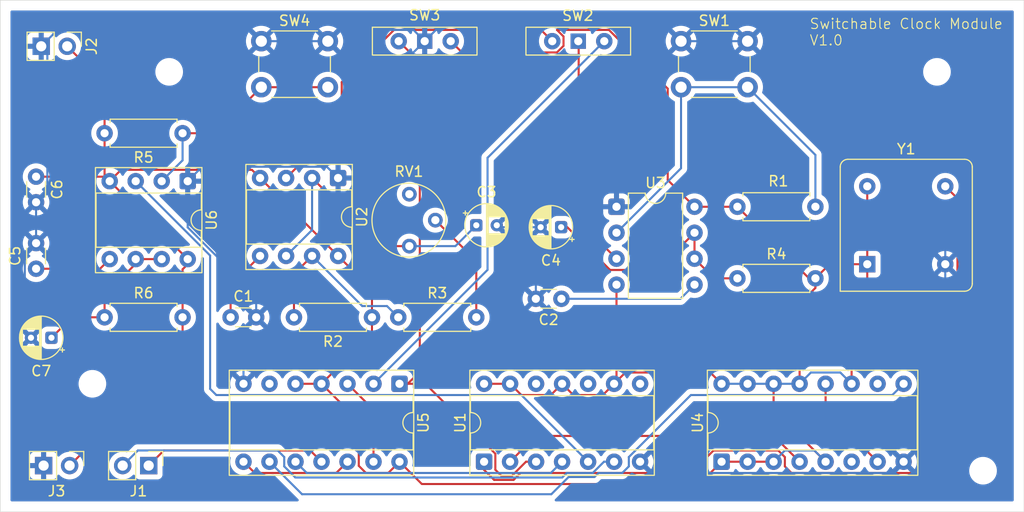
<source format=kicad_pcb>
(kicad_pcb (version 20241229) (generator "pcbnew") (generator_version "9.0")
  (layers (0 "F.Cu" signal) (2 "B.Cu" signal) (13 "F.Paste" user) (15 "B.Paste" user) (5 "F.SilkS" user "F.Silkscreen") (7 "B.SilkS" user "B.Silkscreen") (1 "F.Mask" user) (3 "B.Mask" user) (25 "Edge.Cuts" user))
  (net 0 "")
  (net 1 "GND")
  (net 2 "+5V")
  (net 4 "Slow Clock")
  (net 5 "Net-(SW2-A)")
  (net 6 "Net-(SW2-B)")
  (net 7 "Reset")
  (net 8 "Fast Clock")
  (net 9 "Clock")
  (net 10 "Net-(Y1-OUT)")
  (net 11 "Net-(U2-CV)")
  (net 12 "Net-(U3-CV)")
  (net 13 "Net-(U2-THR)")
  (net 14 "Net-(U3-DIS)")
  (net 15 "Net-(U6-CV)")
  (net 16 "Net-(U6-DIS)")
  (net 17 "Net-(U3-TR)")
  (net 18 "Net-(U2-DIS)")
  (net 19 "Net-(R3-Pad2)")
  (net 20 "Net-(U6-TR)")
  (net 21 "Net-(SW3-B)")
  (net 22 "Net-(U4A-C)")
  (net 24 "Net-(U6-Q)")
  (net 26 "Net-(U1-Pad4)")
  (net 28 "Net-(U4A-~{Q})")
  (net 32 "Net-(U5-Pad13)")
  (net 33 "Net-(U5-Pad12)")
  (footprint "Oscillator:Oscillator_DIP-8" (layer "F.Cu") (at 235.69 47.81)
    (property "Reference" "Y1" (at 3.81 -11.26 0) (layer "F.SilkS"))
    (property "Value" "CXO_DIP8")
    (pad "1" thru_hole rect (at 0 0) (size 1.6 1.6) (drill 0.8) (layers "*.Cu" "*.Mask") (net 2 "+5V"))
    (pad "4" thru_hole circle (at 7.62 0) (size 1.6 1.6) (drill 0.8) (layers "*.Cu" "*.Mask") (net 1 "GND"))
    (pad "5" thru_hole circle (at 7.62 -7.62) (size 1.6 1.6) (drill 0.8) (layers "*.Cu" "*.Mask") (net 10 "Net-(Y1-OUT)"))
    (pad "8" thru_hole circle (at 0 -7.62) (size 1.6 1.6) (drill 0.8) (layers "*.Cu" "*.Mask") (net 2 "+5V"))
  )
  (footprint "MountingHole:MountingHole_2.2mm_M2" (layer "F.Cu") (at 160 59.5)
    (property "Reference" "REF**" (hide yes))
    (property "Value" "MountingHole_2.2mm_M2" (hide yes))
    (pad "" np_thru_hole circle (at 0 0) (size 2.2 2.2) (drill 2.2) (layers "*.Cu" "*.Mask"))
  )
  (footprint "Package_DIP:DIP-8_W7.62mm_Socket" (layer "F.Cu") (at 169.31 39.69 -90)
    (property "Reference" "U6" (at 3.81 -2.33 90) (layer "F.SilkS"))
    (property "Value" "Reset Debounce")
    (pad "1" thru_hole roundrect (at 0 0 270) (size 1.6 1.6) (drill 0.8) (layers "*.Cu" "*.Mask") (roundrect_rratio 0.15625) (net 1 "GND"))
    (pad "2" thru_hole circle (at 0 2.54 270) (size 1.6 1.6) (drill 0.8) (layers "*.Cu" "*.Mask") (net 20 "Net-(U6-TR)"))
    (pad "3" thru_hole circle (at 0 5.08 270) (size 1.6 1.6) (drill 0.8) (layers "*.Cu" "*.Mask") (net 24 "Net-(U6-Q)"))
    (pad "4" thru_hole circle (at 0 7.62 270) (size 1.6 1.6) (drill 0.8) (layers "*.Cu" "*.Mask") (net 2 "+5V"))
    (pad "5" thru_hole circle (at 7.62 7.62 270) (size 1.6 1.6) (drill 0.8) (layers "*.Cu" "*.Mask") (net 15 "Net-(U6-CV)"))
    (pad "6" thru_hole circle (at 7.62 5.08 270) (size 1.6 1.6) (drill 0.8) (layers "*.Cu" "*.Mask") (net 16 "Net-(U6-DIS)"))
    (pad "7" thru_hole circle (at 7.62 2.54 270) (size 1.6 1.6) (drill 0.8) (layers "*.Cu" "*.Mask") (net 16 "Net-(U6-DIS)"))
    (pad "8" thru_hole circle (at 7.62 0 270) (size 1.6 1.6) (drill 0.8) (layers "*.Cu" "*.Mask") (net 2 "+5V"))
  )
  (footprint "Connector_PinHeader_2.54mm:PinHeader_1x02_P2.54mm_Vertical" (layer "F.Cu") (at 157.54 26.5 -90)
    (property "Reference" "J2" (at 0 -2.38 90) (layer "F.SilkS"))
    (property "Value" "PWR IN")
    (pad "1" thru_hole circle (at 0 0 270) (size 1.7 1.7) (drill 1) (layers "*.Cu" "*.Mask") (net 2 "+5V"))
    (pad "2" thru_hole rect (at 0 2.54 270) (size 1.7 1.7) (drill 1) (layers "*.Cu" "*.Mask") (net 1 "GND"))
  )
  (footprint "Capacitor_THT:C_Disc_D3.0mm_W1.6mm_P2.50mm" (layer "F.Cu") (at 154.5 39.25 -90)
    (property "Reference" "C6" (at 1.25 -2.05 90) (layer "F.SilkS"))
    (property "Value" ".1u")
    (pad "1" thru_hole circle (at 0 0 270) (size 1.6 1.6) (drill 0.8) (layers "*.Cu" "*.Mask") (net 2 "+5V"))
    (pad "2" thru_hole circle (at 2.5 0 270) (size 1.6 1.6) (drill 0.8) (layers "*.Cu" "*.Mask") (net 1 "GND"))
  )
  (footprint "Button_Switch_THT:SW_PUSH_6mm" (layer "F.Cu") (at 217.5 26)
    (property "Reference" "SW1" (at 3.25 -2 0) (layer "F.SilkS"))
    (property "Value" "Manual Clock")
    (pad "1" thru_hole circle (at 0 0 90) (size 2 2) (drill 1.1) (layers "*.Cu" "*.Mask") (net 1 "GND"))
    (pad "1" thru_hole circle (at 6.5 0 90) (size 2 2) (drill 1.1) (layers "*.Cu" "*.Mask") (net 1 "GND"))
    (pad "2" thru_hole circle (at 0 4.5 90) (size 2 2) (drill 1.1) (layers "*.Cu" "*.Mask") (net 17 "Net-(U3-TR)"))
    (pad "2" thru_hole circle (at 6.5 4.5 90) (size 2 2) (drill 1.1) (layers "*.Cu" "*.Mask") (net 17 "Net-(U3-TR)"))
  )
  (footprint "Connector_PinHeader_2.54mm:PinHeader_1x02_P2.54mm_Vertical" (layer "F.Cu") (at 165.5 67.5 -90)
    (property "Reference" "J1" (at 2.5 1 180) (layer "F.SilkS"))
    (property "Value" "RESET/CLK")
    (pad "1" thru_hole rect (at 0 0 270) (size 1.7 1.7) (drill 1) (layers "*.Cu" "*.Mask") (net 9 "Clock"))
    (pad "2" thru_hole circle (at 0 2.54 270) (size 1.7 1.7) (drill 1) (layers "*.Cu" "*.Mask") (net 7 "Reset"))
  )
  (footprint "Resistor_THT:R_Axial_DIN0207_L6.3mm_D2.5mm_P7.62mm_Horizontal" (layer "F.Cu") (at 230.625 42.19 180)
    (property "Reference" "R1" (at 3.62 2.5 0) (layer "F.SilkS"))
    (property "Value" "1k")
    (pad "1" thru_hole circle (at 0 0 180) (size 1.6 1.6) (drill 0.8) (layers "*.Cu" "*.Mask") (net 17 "Net-(U3-TR)"))
    (pad "2" thru_hole circle (at 7.62 0 180) (size 1.6 1.6) (drill 0.8) (layers "*.Cu" "*.Mask") (net 2 "+5V"))
  )
  (footprint "MountingHole:MountingHole_2.2mm_M2" (layer "F.Cu") (at 242.5 29)
    (property "Reference" "REF**" (hide yes))
    (property "Value" "MountingHole_2.2mm_M2" (hide yes))
    (pad "" np_thru_hole circle (at 0 0) (size 2.2 2.2) (drill 2.2) (layers "*.Cu" "*.Mask"))
  )
  (footprint "Resistor_THT:R_Axial_DIN0207_L6.3mm_D2.5mm_P7.62mm_Horizontal" (layer "F.Cu") (at 168.81 35 180)
    (property "Reference" "R5" (at 3.81 -2.37 0) (layer "F.SilkS"))
    (property "Value" "1k")
    (pad "1" thru_hole circle (at 0 0 180) (size 1.6 1.6) (drill 0.8) (layers "*.Cu" "*.Mask") (net 20 "Net-(U6-TR)"))
    (pad "2" thru_hole circle (at 7.62 0 180) (size 1.6 1.6) (drill 0.8) (layers "*.Cu" "*.Mask") (net 2 "+5V"))
  )
  (footprint "Resistor_THT:R_Axial_DIN0207_L6.3mm_D2.5mm_P7.62mm_Horizontal" (layer "F.Cu") (at 187.31 53 180)
    (property "Reference" "R2" (at 3.81 -2.37 0) (layer "F.SilkS"))
    (property "Value" "1k")
    (pad "1" thru_hole circle (at 0 0 180) (size 1.6 1.6) (drill 0.8) (layers "*.Cu" "*.Mask") (net 2 "+5V"))
    (pad "2" thru_hole circle (at 7.62 0 180) (size 1.6 1.6) (drill 0.8) (layers "*.Cu" "*.Mask") (net 18 "Net-(U2-DIS)"))
  )
  (footprint "Button_Switch_THT:SW_Slide-03_Wuerth-WS-SLTV_10x2.5x6.4_P2.54mm" (layer "F.Cu") (at 192.46 26)
    (property "Reference" "SW3" (at 0 -2.54 0) (layer "F.SilkS"))
    (property "Value" "CLK_SEL")
    (pad "1" thru_hole rect (at 0 0) (size 1.5 1.5) (drill 0.8) (layers "*.Cu" "*.Mask") (net 1 "GND"))
    (pad "2" thru_hole circle (at -2.54 0) (size 1.6 1.6) (drill 0.8) (layers "*.Cu" "*.Mask") (net 21 "Net-(SW3-B)"))
    (pad "3" thru_hole circle (at 2.54 0) (size 1.6 1.6) (drill 0.8) (layers "*.Cu" "*.Mask") (net 2 "+5V"))
  )
  (footprint "Capacitor_THT:C_Disc_D3.0mm_W1.6mm_P2.50mm" (layer "F.Cu") (at 173.5 53)
    (property "Reference" "C1" (at 1.25 -2.05 0) (layer "F.SilkS"))
    (property "Value" ".1u")
    (pad "1" thru_hole circle (at 0 0) (size 1.6 1.6) (drill 0.8) (layers "*.Cu" "*.Mask") (net 11 "Net-(U2-CV)"))
    (pad "2" thru_hole circle (at 2.5 0) (size 1.6 1.6) (drill 0.8) (layers "*.Cu" "*.Mask") (net 1 "GND"))
  )
  (footprint "Capacitor_THT:CP_Radial_D4.0mm_P2.00mm" (layer "F.Cu") (at 205.7876 44.19 180)
    (property "Reference" "C4" (at 1 -3.25 0) (layer "F.SilkS"))
    (property "Value" "3.3u")
    (pad "1" thru_hole roundrect (at 0 0 180) (size 1.2 1.2) (drill 0.6) (layers "*.Cu" "*.Mask") (roundrect_rratio 0.208333) (net 14 "Net-(U3-DIS)"))
    (pad "2" thru_hole circle (at 2 0 180) (size 1.2 1.2) (drill 0.6) (layers "*.Cu" "*.Mask") (net 1 "GND"))
  )
  (footprint "Package_DIP:DIP-14_W7.62mm_Socket" (layer "F.Cu") (at 198.26 67.12 90)
    (property "Reference" "U1" (at 3.81 -2.33 90) (layer "F.SilkS"))
    (property "Value" "74HC14")
    (pad "1" thru_hole roundrect (at 0 0 90) (size 1.6 1.6) (drill 0.8) (layers "*.Cu" "*.Mask") (roundrect_rratio 0.15625) (net 10 "Net-(Y1-OUT)"))
    (pad "2" thru_hole circle (at 0 2.54 90) (size 1.6 1.6) (drill 0.8) (layers "*.Cu" "*.Mask") (net 22 "Net-(U4A-C)"))
    (pad "3" thru_hole circle (at 0 5.08 90) (size 1.6 1.6) (drill 0.8) (layers "*.Cu" "*.Mask") (net 21 "Net-(SW3-B)"))
    (pad "4" thru_hole circle (at 0 7.62 90) (size 1.6 1.6) (drill 0.8) (layers "*.Cu" "*.Mask") (net 26 "Net-(U1-Pad4)"))
    (pad "5" thru_hole circle (at 0 10.16 90) (size 1.6 1.6) (drill 0.8) (layers "*.Cu" "*.Mask") (net 24 "Net-(U6-Q)"))
    (pad "6" thru_hole circle (at 0 12.7 90) (size 1.6 1.6) (drill 0.8) (layers "*.Cu" "*.Mask") (net 7 "Reset"))
    (pad "7" thru_hole circle (at 0 15.24 90) (size 1.6 1.6) (drill 0.8) (layers "*.Cu" "*.Mask") (net 1 "GND"))
    (pad "8" thru_hole circle (at 7.62 15.24 90) (size 1.6 1.6) (drill 0.8) (layers "*.Cu" "*.Mask"))
    (pad "9" thru_hole circle (at 7.62 12.7 90) (size 1.6 1.6) (drill 0.8) (layers "*.Cu" "*.Mask") (net 2 "+5V"))
    (pad "10" thru_hole circle (at 7.62 10.16 90) (size 1.6 1.6) (drill 0.8) (layers "*.Cu" "*.Mask"))
    (pad "11" thru_hole circle (at 7.62 7.62 90) (size 1.6 1.6) (drill 0.8) (layers "*.Cu" "*.Mask") (net 2 "+5V"))
    (pad "12" thru_hole circle (at 7.62 5.08 90) (size 1.6 1.6) (drill 0.8) (layers "*.Cu" "*.Mask"))
    (pad "13" thru_hole circle (at 7.62 2.54 90) (size 1.6 1.6) (drill 0.8) (layers "*.Cu" "*.Mask") (net 2 "+5V"))
    (pad "14" thru_hole circle (at 7.62 0 90) (size 1.6 1.6) (drill 0.8) (layers "*.Cu" "*.Mask") (net 2 "+5V"))
  )
  (footprint "Resistor_THT:R_Axial_DIN0207_L6.3mm_D2.5mm_P7.62mm_Horizontal" (layer "F.Cu") (at 189.88 53)
    (property "Reference" "R3" (at 3.81 -2.37 0) (layer "F.SilkS"))
    (property "Value" "1k")
    (pad "1" thru_hole circle (at 0 0) (size 1.6 1.6) (drill 0.8) (layers "*.Cu" "*.Mask") (net 18 "Net-(U2-DIS)"))
    (pad "2" thru_hole circle (at 7.62 0) (size 1.6 1.6) (drill 0.8) (layers "*.Cu" "*.Mask") (net 19 "Net-(R3-Pad2)"))
  )
  (footprint "Capacitor_THT:CP_Radial_D4.0mm_P2.00mm" (layer "F.Cu") (at 197.5 44)
    (property "Reference" "C3" (at 1 -3.25 0) (layer "F.SilkS"))
    (property "Value" ".22u")
    (pad "1" thru_hole roundrect (at 0 0) (size 1.2 1.2) (drill 0.6) (layers "*.Cu" "*.Mask") (roundrect_rratio 0.208333) (net 13 "Net-(U2-THR)"))
    (pad "2" thru_hole circle (at 2 0) (size 1.2 1.2) (drill 0.6) (layers "*.Cu" "*.Mask") (net 1 "GND"))
  )
  (footprint "Capacitor_THT:C_Disc_D3.0mm_W1.6mm_P2.50mm" (layer "F.Cu") (at 205.815 51.19 180)
    (property "Reference" "C2" (at 1.25 -2.05 0) (layer "F.SilkS"))
    (property "Value" ".1u")
    (pad "1" thru_hole circle (at 0 0 180) (size 1.6 1.6) (drill 0.8) (layers "*.Cu" "*.Mask") (net 12 "Net-(U3-CV)"))
    (pad "2" thru_hole circle (at 2.5 0 180) (size 1.6 1.6) (drill 0.8) (layers "*.Cu" "*.Mask") (net 1 "GND"))
  )
  (footprint "Button_Switch_THT:SW_Slide-03_Wuerth-WS-SLTV_10x2.5x6.4_P2.54mm" (layer "F.Cu") (at 207.46 26 180)
    (property "Reference" "SW2" (at 0.04 2.5 0) (layer "F.SilkS"))
    (property "Value" "SLOW/MAN")
    (pad "1" thru_hole rect (at 0 0 180) (size 1.5 1.5) (drill 0.8) (layers "*.Cu" "*.Mask") (net 5 "Net-(SW2-A)"))
    (pad "2" thru_hole circle (at -2.54 0 180) (size 1.6 1.6) (drill 0.8) (layers "*.Cu" "*.Mask") (net 6 "Net-(SW2-B)"))
    (pad "3" thru_hole circle (at 2.54 0 180) (size 1.6 1.6) (drill 0.8) (layers "*.Cu" "*.Mask") (net 4 "Slow Clock"))
  )
  (footprint "Package_DIP:DIP-8_W7.62mm" (layer "F.Cu") (at 211.195 42.19)
    (property "Reference" "U3" (at 3.81 -2.33 0) (layer "F.SilkS"))
    (property "Value" "Manual Debounce")
    (pad "1" thru_hole roundrect (at 0 0) (size 1.6 1.6) (drill 0.8) (layers "*.Cu" "*.Mask") (roundrect_rratio 0.15625) (net 1 "GND"))
    (pad "2" thru_hole circle (at 0 2.54) (size 1.6 1.6) (drill 0.8) (layers "*.Cu" "*.Mask") (net 17 "Net-(U3-TR)"))
    (pad "3" thru_hole circle (at 0 5.08) (size 1.6 1.6) (drill 0.8) (layers "*.Cu" "*.Mask") (net 5 "Net-(SW2-A)"))
    (pad "4" thru_hole circle (at 0 7.62) (size 1.6 1.6) (drill 0.8) (layers "*.Cu" "*.Mask") (net 2 "+5V"))
    (pad "5" thru_hole circle (at 7.62 7.62) (size 1.6 1.6) (drill 0.8) (layers "*.Cu" "*.Mask") (net 12 "Net-(U3-CV)"))
    (pad "6" thru_hole circle (at 7.62 5.08) (size 1.6 1.6) (drill 0.8) (layers "*.Cu" "*.Mask") (net 14 "Net-(U3-DIS)"))
    (pad "7" thru_hole circle (at 7.62 2.54) (size 1.6 1.6) (drill 0.8) (layers "*.Cu" "*.Mask") (net 14 "Net-(U3-DIS)"))
    (pad "8" thru_hole circle (at 7.62 0) (size 1.6 1.6) (drill 0.8) (layers "*.Cu" "*.Mask") (net 2 "+5V"))
  )
  (footprint "Connector_PinHeader_2.54mm:PinHeader_1x02_P2.54mm_Vertical" (layer "F.Cu") (at 157.775 67.5 -90)
    (property "Reference" "J3" (at 2.5 1.275 180) (layer "F.SilkS"))
    (property "Value" "PWR OUT")
    (pad "1" thru_hole circle (at 0 0 270) (size 1.7 1.7) (drill 1) (layers "*.Cu" "*.Mask") (net 2 "+5V"))
    (pad "2" thru_hole rect (at 0 2.54 270) (size 1.7 1.7) (drill 1) (layers "*.Cu" "*.Mask") (net 1 "GND"))
  )
  (footprint "Package_DIP:DIP-8_W7.62mm_Socket" (layer "F.Cu") (at 184 39.38 -90)
    (property "Reference" "U2" (at 3.81 -2.33 90) (layer "F.SilkS"))
    (property "Value" "555 Clock")
    (pad "1" thru_hole roundrect (at 0 0 270) (size 1.6 1.6) (drill 0.8) (layers "*.Cu" "*.Mask") (roundrect_rratio 0.15625) (net 1 "GND"))
    (pad "2" thru_hole circle (at 0 2.54 270) (size 1.6 1.6) (drill 0.8) (layers "*.Cu" "*.Mask") (net 13 "Net-(U2-THR)"))
    (pad "3" thru_hole circle (at 0 5.08 270) (size 1.6 1.6) (drill 0.8) (layers "*.Cu" "*.Mask") (net 4 "Slow Clock"))
    (pad "4" thru_hole circle (at 0 7.62 270) (size 1.6 1.6) (drill 0.8) (layers "*.Cu" "*.Mask") (net 2 "+5V"))
    (pad "5" thru_hole circle (at 7.62 7.62 270) (size 1.6 1.6) (drill 0.8) (layers "*.Cu" "*.Mask") (net 11 "Net-(U2-CV)"))
    (pad "6" thru_hole circle (at 7.62 5.08 270) (size 1.6 1.6) (drill 0.8) (layers "*.Cu" "*.Mask") (net 13 "Net-(U2-THR)"))
    (pad "7" thru_hole circle (at 7.62 2.54 270) (size 1.6 1.6) (drill 0.8) (layers "*.Cu" "*.Mask") (net 18 "Net-(U2-DIS)"))
    (pad "8" thru_hole circle (at 7.62 0 270) (size 1.6 1.6) (drill 0.8) (layers "*.Cu" "*.Mask") (net 2 "+5V"))
  )
  (footprint "Package_DIP:DIP-14_W7.62mm_Socket" (layer "F.Cu") (at 190 59.5 -90)
    (property "Reference" "U5" (at 3.81 -2.33 90) (layer "F.SilkS"))
    (property "Value" "74LS00")
    (pad "1" thru_hole roundrect (at 0 0 270) (size 1.6 1.6) (drill 0.8) (layers "*.Cu" "*.Mask") (roundrect_rratio 0.15625) (net 21 "Net-(SW3-B)"))
    (pad "2" thru_hole circle (at 0 2.54 270) (size 1.6 1.6) (drill 0.8) (layers "*.Cu" "*.Mask") (net 6 "Net-(SW2-B)"))
    (pad "3" thru_hole circle (at 0 5.08 270) (size 1.6 1.6) (drill 0.8) (layers "*.Cu" "*.Mask") (net 32 "Net-(U5-Pad13)"))
    (pad "4" thru_hole circle (at 0 7.62 270) (size 1.6 1.6) (drill 0.8) (layers "*.Cu" "*.Mask") (net 2 "+5V"))
    (pad "5" thru_hole circle (at 0 10.16 270) (size 1.6 1.6) (drill 0.8) (layers "*.Cu" "*.Mask") (net 2 "+5V"))
    (pad "6" thru_hole circle (at 0 12.7 270) (size 1.6 1.6) (drill 0.8) (layers "*.Cu" "*.Mask"))
    (pad "7" thru_hole circle (at 0 15.24 270) (size 1.6 1.6) (drill 0.8) (layers "*.Cu" "*.Mask") (net 1 "GND"))
    (pad "8" thru_hole circle (at 7.62 15.24 270) (size 1.6 1.6) (drill 0.8) (layers "*.Cu" "*.Mask") (net 33 "Net-(U5-Pad12)"))
    (pad "9" thru_hole circle (at 7.62 12.7 270) (size 1.6 1.6) (drill 0.8) (layers "*.Cu" "*.Mask") (net 8 "Fast Clock"))
    (pad "10" thru_hole circle (at 7.62 10.16 270) (size 1.6 1.6) (drill 0.8) (layers "*.Cu" "*.Mask") (net 26 "Net-(U1-Pad4)"))
    (pad "11" thru_hole circle (at 7.62 7.62 270) (size 1.6 1.6) (drill 0.8) (layers "*.Cu" "*.Mask") (net 9 "Clock"))
    (pad "12" thru_hole circle (at 7.62 5.08 270) (size 1.6 1.6) (drill 0.8) (layers "*.Cu" "*.Mask") (net 33 "Net-(U5-Pad12)"))
    (pad "13" thru_hole circle (at 7.62 2.54 270) (size 1.6 1.6) (drill 0.8) (layers "*.Cu" "*.Mask") (net 32 "Net-(U5-Pad13)"))
    (pad "14" thru_hole circle (at 7.62 0 270) (size 1.6 1.6) (drill 0.8) (layers "*.Cu" "*.Mask") (net 2 "+5V"))
  )
  (footprint "Potentiometer_THT:Potentiometer_Vishay_T7-YA_Single_Vertical" (layer "F.Cu") (at 190.96 46.04)
    (property "Reference" "RV1" (at -0.04 -7.29 0) (layer "F.SilkS"))
    (property "Value" "50k")
    (pad "1" thru_hole circle (at 0 0) (size 1.44 1.44) (drill 0.8) (layers "*.Cu" "*.Mask") (net 13 "Net-(U2-THR)"))
    (pad "2" thru_hole circle (at 2.54 -2.54) (size 1.44 1.44) (drill 0.8) (layers "*.Cu" "*.Mask") (net 19 "Net-(R3-Pad2)"))
    (pad "3" thru_hole circle (at 0 -5.08) (size 1.44 1.44) (drill 0.8) (layers "*.Cu" "*.Mask"))
  )
  (footprint "Button_Switch_THT:SW_PUSH_6mm_H13mm" (layer "F.Cu") (at 176.5 26)
    (property "Reference" "SW4" (at 3.25 -2 0) (layer "F.SilkS"))
    (property "Value" "Reset")
    (pad "1" thru_hole circle (at 0 0 90) (size 2 2) (drill 1.1) (layers "*.Cu" "*.Mask") (net 1 "GND"))
    (pad "1" thru_hole circle (at 6.5 0 90) (size 2 2) (drill 1.1) (layers "*.Cu" "*.Mask") (net 1 "GND"))
    (pad "2" thru_hole circle (at 0 4.5 90) (size 2 2) (drill 1.1) (layers "*.Cu" "*.Mask") (net 20 "Net-(U6-TR)"))
    (pad "2" thru_hole circle (at 6.5 4.5 90) (size 2 2) (drill 1.1) (layers "*.Cu" "*.Mask") (net 20 "Net-(U6-TR)"))
  )
  (footprint "Capacitor_THT:CP_Radial_D4.0mm_P2.00mm" (layer "F.Cu") (at 156 55 180)
    (property "Reference" "C7" (at 1 -3.25 0) (layer "F.SilkS"))
    (property "Value" "3.3u")
    (pad "1" thru_hole roundrect (at 0 0 180) (size 1.2 1.2) (drill 0.6) (layers "*.Cu" "*.Mask") (roundrect_rratio 0.208333) (net 16 "Net-(U6-DIS)"))
    (pad "2" thru_hole circle (at 2 0 180) (size 1.2 1.2) (drill 0.6) (layers "*.Cu" "*.Mask") (net 1 "GND"))
  )
  (footprint "MountingHole:MountingHole_2.2mm_M2" (layer "F.Cu") (at 167.5 29)
    (property "Reference" "REF**" (hide yes))
    (property "Value" "MountingHole_2.2mm_M2" (hide yes))
    (pad "" np_thru_hole circle (at 0 0) (size 2.2 2.2) (drill 2.2) (layers "*.Cu" "*.Mask"))
  )
  (footprint "Resistor_THT:R_Axial_DIN0207_L6.3mm_D2.5mm_P7.62mm_Horizontal" (layer "F.Cu") (at 223.005 49.19)
    (property "Reference" "R4" (at 3.81 -2.37 0) (layer "F.SilkS"))
    (property "Value" "1k")
    (pad "1" thru_hole circle (at 0 0) (size 1.6 1.6) (drill 0.8) (layers "*.Cu" "*.Mask") (net 14 "Net-(U3-DIS)"))
    (pad "2" thru_hole circle (at 7.62 0) (size 1.6 1.6) (drill 0.8) (layers "*.Cu" "*.Mask") (net 2 "+5V"))
  )
  (footprint "MountingHole:MountingHole_2.2mm_M2" (layer "F.Cu") (at 247 68)
    (property "Reference" "REF**" (hide yes))
    (property "Value" "MountingHole_2.2mm_M2" (hide yes))
    (pad "" np_thru_hole circle (at 0 0) (size 2.2 2.2) (drill 2.2) (layers "*.Cu" "*.Mask"))
  )
  (footprint "Resistor_THT:R_Axial_DIN0207_L6.3mm_D2.5mm_P7.62mm_Horizontal" (layer "F.Cu") (at 161.19 53)
    (property "Reference" "R6" (at 3.81 -2.37 0) (layer "F.SilkS"))
    (property "Value" "1k")
    (pad "1" thru_hole circle (at 0 0) (size 1.6 1.6) (drill 0.8) (layers "*.Cu" "*.Mask") (net 16 "Net-(U6-DIS)"))
    (pad "2" thru_hole circle (at 7.62 0) (size 1.6 1.6) (drill 0.8) (layers "*.Cu" "*.Mask") (net 2 "+5V"))
  )
  (footprint "Capacitor_THT:C_Disc_D3.0mm_W1.6mm_P2.50mm" (layer "F.Cu") (at 154.5 48.25 90)
    (property "Reference" "C5" (at 1.25 -2.05 90) (layer "F.SilkS"))
    (property "Value" ".1u")
    (pad "1" thru_hole circle (at 0 0 90) (size 1.6 1.6) (drill 0.8) (layers "*.Cu" "*.Mask") (net 15 "Net-(U6-CV)"))
    (pad "2" thru_hole circle (at 2.5 0 90) (size 1.6 1.6) (drill 0.8) (layers "*.Cu" "*.Mask") (net 1 "GND"))
  )
  (footprint "Package_DIP:DIP-16_W7.62mm_Socket" (layer "F.Cu") (at 221.46 67.12 90)
    (property "Reference" "U4" (at 3.81 -2.33 90) (layer "F.SilkS"))
    (property "Value" "74LS109")
    (pad "1" thru_hole roundrect (at 0 0 90) (size 1.6 1.6) (drill 0.8) (layers "*.Cu" "*.Mask") (roundrect_rratio 0.15625) (net 2 "+5V"))
    (pad "2" thru_hole circle (at 0 2.54 90) (size 1.6 1.6) (drill 0.8) (layers "*.Cu" "*.Mask") (net 2 "+5V"))
    (pad "3" thru_hole circle (at 0 5.08 90) (size 1.6 1.6) (drill 0.8) (layers "*.Cu" "*.Mask") (net 2 "+5V"))
    (pad "4" thru_hole circle (at 0 7.62 90) (size 1.6 1.6) (drill 0.8) (layers "*.Cu" "*.Mask") (net 22 "Net-(U4A-C)"))
    (pad "5" thru_hole circle (at 0 10.16 90) (size 1.6 1.6) (drill 0.8) (layers "*.Cu" "*.Mask") (net 2 "+5V"))
    (pad "6" thru_hole circle (at 0 12.7 90) (size 1.6 1.6) (drill 0.8) (layers "*.Cu" "*.Mask"))
    (pad "7" thru_hole circle (at 0 15.24 90) (size 1.6 1.6) (drill 0.8) (layers "*.Cu" "*.Mask") (net 28 "Net-(U4A-~{Q})"))
    (pad "8" thru_hole circle (at 0 17.78 90) (size 1.6 1.6) (drill 0.8) (layers "*.Cu" "*.Mask") (net 1 "GND"))
    (pad "9" thru_hole circle (at 7.62 17.78 90) (size 1.6 1.6) (drill 0.8) (layers "*.Cu" "*.Mask") (net 8 "Fast Clock"))
    (pad "10" thru_hole circle (at 7.62 15.24 90) (size 1.6 1.6) (drill 0.8) (layers "*.Cu" "*.Mask"))
    (pad "11" thru_hole circle (at 7.62 12.7 90) (size 1.6 1.6) (drill 0.8) (layers "*.Cu" "*.Mask") (net 2 "+5V"))
    (pad "12" thru_hole circle (at 7.62 10.16 90) (size 1.6 1.6) (drill 0.8) (layers "*.Cu" "*.Mask") (net 28 "Net-(U4A-~{Q})"))
    (pad "13" thru_hole circle (at 7.62 7.62 90) (size 1.6 1.6) (drill 0.8) (layers "*.Cu" "*.Mask") (net 2 "+5V"))
    (pad "14" thru_hole circle (at 7.62 5.08 90) (size 1.6 1.6) (drill 0.8) (layers "*.Cu" "*.Mask") (net 2 "+5V"))
    (pad "15" thru_hole circle (at 7.62 2.54 90) (size 1.6 1.6) (drill 0.8) (layers "*.Cu" "*.Mask") (net 2 "+5V"))
    (pad "16" thru_hole circle (at 7.62 0 90) (size 1.6 1.6) (drill 0.8) (layers "*.Cu" "*.Mask") (net 2 "+5V"))
  )
  (gr_rect (start 151 22) (end 251 72) (stroke (width 0.05)) (fill no) (layer "Edge.Cuts"))
  (gr_text "Switchable Clock Module\nV1.0" (at 230 26.5 0) (layer "F.SilkS") (effects (font (size 1 1) (thickness 0.1)) (justify left bottom)))
  (segment (start 203.315 51.19) (end 203.315 47.815) (width 0.2) (layer "B.Cu") (net 1))
  (segment (start 217.5 26) (end 216 24.5) (width 0.2) (layer "B.Cu") (net 1))
  (segment (start 184 34.46) (end 192.46 26) (width 0.2) (layer "B.Cu") (net 1))
  (segment (start 174.76 59.5) (end 174.76 54.24) (width 0.2) (layer "B.Cu") (net 1))
  (segment (start 211.195 32.305) (end 211.195 42.19) (width 0.2) (layer "B.Cu") (net 1))
  (segment (start 170.721 38.279) (end 169.31 39.69) (width 0.2) (layer "B.Cu") (net 1))
  (segment (start 184.101 24.899) (end 183 26) (width 0.2) (layer "B.Cu") (net 1))
  (segment (start 155.235 56.235) (end 154 55) (width 0.2) (layer "B.Cu") (net 1))
  (segment (start 203.315 47.815) (end 199.5 44) (width 0.2) (layer "B.Cu") (net 1))
  (segment (start 175.5 25) (end 156.5 25) (width 0.2) (layer "B.Cu") (net 1))
  (segment (start 154.5 41.75) (end 154.5 45.75) (width 0.2) (layer "B.Cu") (net 1))
  (segment (start 199.69 44.19) (end 199.5 44) (width 0.2) (layer "B.Cu") (net 1))
  (segment (start 193.96 24.5) (end 192.46 26) (width 0.2) (layer "B.Cu") (net 1))
  (segment (start 224 26) (end 243.31 45.31) (width 0.2) (layer "B.Cu") (net 1))
  (segment (start 203.7876 44.19) (end 199.69 44.19) (width 0.2) (layer "B.Cu") (net 1))
  (segment (start 155.235 67.5) (end 155.235 56.235) (width 0.2) (layer "B.Cu") (net 1))
  (segment (start 216 24.5) (end 193.96 24.5) (width 0.2) (layer "B.Cu") (net 1))
  (segment (start 217.5 26) (end 211.195 32.305) (width 0.2) (layer "B.Cu") (net 1))
  (segment (start 214.601 68.221) (end 213.5 67.12) (width 0.2) (layer "B.Cu") (net 1))
  (segment (start 176 50.894314) (end 169.31 44.204314) (width 0.2) (layer "B.Cu") (net 1))
  (segment (start 191.359 24.899) (end 184.101 24.899) (width 0.2) (layer "B.Cu") (net 1))
  (segment (start 153.399 46.851) (end 153.399 54.399) (width 0.2) (layer "B.Cu") (net 1))
  (segment (start 192.46 26) (end 191.359 24.899) (width 0.2) (layer "B.Cu") (net 1))
  (segment (start 211.195 42.19) (end 205.7876 42.19) (width 0.2) (layer "B.Cu") (net 1))
  (segment (start 155.601 40.649) (end 154.5 41.75) (width 0.2) (layer "B.Cu") (net 1))
  (segment (start 153.399 54.399) (end 154 55) (width 0.2) (layer "B.Cu") (net 1))
  (segment (start 169.31 44.204314) (end 169.31 39.69) (width 0.2) (layer "B.Cu") (net 1))
  (segment (start 184 39.38) (end 182.899 38.279) (width 0.2) (layer "B.Cu") (net 1))
  (segment (start 156.5 25) (end 155 26.5) (width 0.2) (layer "B.Cu") (net 1))
  (segment (start 176.5 26) (end 175.5 25) (width 0.2) (layer "B.Cu") (net 1))
  (segment (start 176 53) (end 176 50.894314) (width 0.2) (layer "B.Cu") (net 1))
  (segment (start 224 26) (end 217.5 26) (width 0.2) (layer "B.Cu") (net 1))
  (segment (start 239.24 67.12) (end 238.139 68.221) (width 0.2) (layer "B.Cu") (net 1))
  (segment (start 182.899 38.279) (end 170.721 38.279) (width 0.2) (layer "B.Cu") (net 1))
  (segment (start 155 26.5) (end 155.601 27.101) (width 0.2) (layer "B.Cu") (net 1))
  (segment (start 205.7876 42.19) (end 203.7876 44.19) (width 0.2) (layer "B.Cu") (net 1))
  (segment (start 184 39.38) (end 184.301 39.079) (width 0.2) (layer "B.Cu") (net 1))
  (segment (start 243.31 63.05) (end 239.24 67.12) (width 0.2) (layer "B.Cu") (net 1))
  (segment (start 184 39.38) (end 184 34.46) (width 0.2) (layer "B.Cu") (net 1))
  (segment (start 243.31 47.81) (end 243.31 63.05) (width 0.2) (layer "B.Cu") (net 1))
  (segment (start 183 26) (end 176.5 26) (width 0.2) (layer "B.Cu") (net 1))
  (segment (start 238.139 68.221) (end 214.601 68.221) (width 0.2) (layer "B.Cu") (net 1))
  (segment (start 174.76 54.24) (end 176 53) (width 0.2) (layer "B.Cu") (net 1))
  (segment (start 155.601 27.101) (end 155.601 40.649) (width 0.2) (layer "B.Cu") (net 1))
  (segment (start 243.31 45.31) (end 243.31 47.81) (width 0.2) (layer "B.Cu") (net 1))
  (segment (start 154.5 45.75) (end 153.399 46.851) (width 0.2) (layer "B.Cu") (net 1))
  (segment (start 154.5 39.25) (end 161.25 39.25) (width 0.2) (layer "F.Cu") (net 2))
  (segment (start 235.69 47.81) (end 232.005 47.81) (width 0.2) (layer "F.Cu") (net 2))
  (segment (start 204.779 60.601) (end 201.901 60.601) (width 0.2) (layer "F.Cu") (net 2))
  (segment (start 169.31 47.31) (end 169.31 47.81) (width 0.2) (layer "F.Cu") (net 2))
  (segment (start 206.981 60.601) (end 205.88 59.5) (width 0.2) (layer "F.Cu") (net 2))
  (segment (start 184 47) (end 176.38 39.38) (width 0.2) (layer "F.Cu") (net 2))
  (segment (start 221.46 67.12) (end 224 67.12) (width 0.2) (layer "F.Cu") (net 2))
  (segment (start 186.021 67.521) (end 186.021 63.141) (width 0.2) (layer "F.Cu") (net 2))
  (segment (start 235.69 55.63) (end 235.69 47.81) (width 0.2) (layer "F.Cu") (net 2))
  (segment (start 224 67.12) (end 226.54 67.12) (width 0.2) (layer "F.Cu") (net 2))
  (segment (start 195 26) (end 195 26.5) (width 0.2) (layer "F.Cu") (net 2))
  (segment (start 229.08 51.67) (end 229.08 59.5) (width 0.2) (layer "F.Cu") (net 2))
  (segment (start 211.195 59.265) (end 210.96 59.5) (width 0.2) (layer "F.Cu") (net 2))
  (segment (start 212.061 58.399) (end 220.359 58.399) (width 0.2) (layer "F.Cu") (net 2))
  (segment (start 226.54 59.5) (end 226.54 62.04) (width 0.2) (layer "F.Cu") (net 2))
  (segment (start 195 26) (end 196.101 27.101) (width 0.2) (layer "F.Cu") (net 2))
  (segment (start 188.899 68.221) (end 186.721 68.221) (width 0.2) (layer "F.Cu") (net 2))
  (segment (start 218.815 42.19) (end 223.005 42.19) (width 0.2) (layer "F.Cu") (net 2))
  (segment (start 232.005 47.81) (end 230.625 49.19) (width 0.2) (layer "F.Cu") (net 2))
  (segment (start 206.021 26.45605) (end 206.021 25.54395) (width 0.2) (layer "F.Cu") (net 2))
  (segment (start 196.101 27.101) (end 205.37605 27.101) (width 0.2) (layer "F.Cu") (net 2))
  (segment (start 205.37605 27.101) (end 206.021 26.45605) (width 0.2) (layer "F.Cu") (net 2))
  (segment (start 187.31 53) (end 187.31 54.57) (width 0.2) (layer "F.Cu") (net 2))
  (segment (start 186.021 63.141) (end 182.38 59.5) (width 0.2) (layer "F.Cu") (net 2))
  (segment (start 168.81 48.31) (end 168.81 53) (width 0.2) (layer "F.Cu") (net 2))
  (segment (start 175.580001 38.580001) (end 162.799999 38.580001) (width 0.2) (layer "F.Cu") (net 2))
  (segment (start 176.38 39.38) (end 175.580001 38.580001) (width 0.2) (layer "F.Cu") (net 2))
  (segment (start 161.25 39.25) (end 161.69 39.69) (width 0.2) (layer "F.Cu") (net 2))
  (segment (start 230.625 49.19) (end 230.625 50.125) (width 0.2) (layer "F.Cu") (net 2))
  (segment (start 186.721 68.221) (end 186.021 67.521) (width 0.2) (layer "F.Cu") (net 2))
  (segment (start 234.16 57.16) (end 235.69 55.63) (width 0.2) (layer "F.Cu") (net 2))
  (segment (start 206.021 25.54395) (end 205.37605 24.899) (width 0.2) (layer "F.Cu") (net 2))
  (segment (start 226.54 62.04) (end 231.62 67.12) (width 0.2) (layer "F.Cu") (net 2))
  (segment (start 223.005 42.19) (end 230.005 49.19) (width 0.2) (layer "F.Cu") (net 2))
  (segment (start 161.19 30.15) (end 161.19 35) (width 0.2) (layer "F.Cu") (net 2))
  (segment (start 210.96 59.5) (end 209.859 60.601) (width 0.2) (layer "F.Cu") (net 2))
  (segment (start 161.69 39.69) (end 169.31 47.31) (width 0.2) (layer "F.Cu") (net 2))
  (segment (start 219.279 69.301) (end 221.46 67.12) (width 0.2) (layer "F.Cu") (net 2))
  (segment (start 182.38 59.5) (end 179.84 59.5) (width 0.2) (layer "F.Cu") (net 2))
  (segment (start 192.181 69.301) (end 219.279 69.301) (width 0.2) (layer "F.Cu") (net 2))
  (segment (start 210.96 59.5) (end 212.061 58.399) (width 0.2) (layer "F.Cu") (net 2))
  (segment (start 210.45605 24.899) (end 216.199 30.64195) (width 0.2) (layer "F.Cu") (net 2))
  (segment (start 200.8 59.5) (end 198.26 59.5) (width 0.2) (layer "F.Cu") (net 2))
  (segment (start 220.359 58.399) (end 221.46 59.5) (width 0.2) (layer "F.Cu") (net 2))
  (segment (start 187.31 53) (end 187.31 50.31) (width 0.2) (layer "F.Cu") (net 2))
  (segment (start 209.859 60.601) (end 206.981 60.601) (width 0.2) (layer "F.Cu") (net 2))
  (segment (start 161.19 35) (end 161.19 39.19) (width 0.2) (layer "F.Cu") (net 2))
  (segment (start 230.625 50.125) (end 229.08 51.67) (width 0.2) (layer "F.Cu") (net 2))
  (segment (start 169.31 47.81) (end 168.81 48.31) (width 0.2) (layer "F.Cu") (net 2))
  (segment (start 157.54 26.5) (end 161.19 30.15) (width 0.2) (layer "F.Cu") (net 2))
  (segment (start 161.19 39.19) (end 161.69 39.69) (width 0.2) (layer "F.Cu") (net 2))
  (segment (start 201.901 60.601) (end 200.8 59.5) (width 0.2) (layer "F.Cu") (net 2))
  (segment (start 205.37605 24.899) (end 210.45605 24.899) (width 0.2) (layer "F.Cu") (net 2))
  (segment (start 216.199 39.574) (end 218.815 42.19) (width 0.2) (layer "F.Cu") (net 2))
  (segment (start 235.69 40.19) (end 235.69 47.81) (width 0.2) (layer "F.Cu") (net 2))
  (segment (start 234.16 59.5) (end 234.16 57.16) (width 0.2) (layer "F.Cu") (net 2))
  (segment (start 187.31 54.57) (end 182.38 59.5) (width 0.2) (layer "F.Cu") (net 2))
  (segment (start 205.88 59.5) (end 204.779 60.601) (width 0.2) (layer "F.Cu") (net 2))
  (segment (start 211.195 49.81) (end 211.195 59.265) (width 0.2) (layer "F.Cu") (net 2))
  (segment (start 187.31 50.31) (end 184 47) (width 0.2) (layer "F.Cu") (net 2))
  (segment (start 162.799999 38.580001) (end 161.69 39.69) (width 0.2) (layer "F.Cu") (net 2))
  (segment (start 216.199 30.64195) (end 216.199 39.574) (width 0.2) (layer "F.Cu") (net 2))
  (segment (start 230.005 49.19) (end 230.625 49.19) (width 0.2) (layer "F.Cu") (net 2))
  (segment (start 168.81 56.465) (end 157.775 67.5) (width 0.2) (layer "F.Cu") (net 2))
  (segment (start 190 67.12) (end 192.181 69.301) (width 0.2) (layer "F.Cu") (net 2))
  (segment (start 190 67.12) (end 188.899 68.221) (width 0.2) (layer "F.Cu") (net 2))
  (segment (start 168.81 53) (end 168.81 56.465) (width 0.2) (layer "F.Cu") (net 2))
  (segment (start 231.62 67.12) (end 230.519 66.019) (width 0.2) (layer "B.Cu") (net 2))
  (segment (start 221.46 59.5) (end 224 59.5) (width 0.2) (layer "B.Cu") (net 2))
  (segment (start 224 59.5) (end 226.54 59.5) (width 0.2) (layer "B.Cu") (net 2))
  (segment (start 227.641 66.019) (end 226.54 67.12) (width 0.2) (layer "B.Cu") (net 2))
  (segment (start 233.059 58.399) (end 234.16 59.5) (width 0.2) (layer "B.Cu") (net 2))
  (segment (start 230.181 58.399) (end 233.059 58.399) (width 0.2) (layer "B.Cu") (net 2))
  (segment (start 229.08 59.5) (end 230.181 58.399) (width 0.2) (layer "B.Cu") (net 2))
  (segment (start 226.54 59.5) (end 229.08 59.5) (width 0.2) (layer "B.Cu") (net 2))
  (segment (start 230.519 66.019) (end 227.641 66.019) (width 0.2) (layer "B.Cu") (net 2))
  (segment (start 178.92 39.38) (end 184.35685 33.94315) (width 0.2) (layer "F.Cu") (net 4))
  (segment (start 189.46395 24.899) (end 203.819 24.899) (width 0.2) (layer "F.Cu") (net 4))
  (segment (start 203.819 24.899) (end 204.92 26) (width 0.2) (layer "F.Cu") (net 4))
  (segment (start 184.35685 33.94315) (end 184.35685 30.0061) (width 0.2) (layer "F.Cu") (net 4))
  (segment (start 184.35685 30.0061) (end 189.46395 24.899) (width 0.2) (layer "F.Cu") (net 4))
  (segment (start 207.5 43.575) (end 211.195 47.27) (width 0.2) (layer "F.Cu") (net 5))
  (segment (start 207.46 26) (end 207.5 26) (width 0.2) (layer "F.Cu") (net 5))
  (segment (start 207.5 26) (end 207.5 43.575) (width 0.2) (layer "F.Cu") (net 5))
  (segment (start 198.599 37.401) (end 210 26) (width 0.2) (layer "B.Cu") (net 6))
  (segment (start 198.599 48.361) (end 198.599 37.401) (width 0.2) (layer "B.Cu") (net 6))
  (segment (start 187.46 59.5) (end 198.599 48.361) (width 0.2) (layer "B.Cu") (net 6))
  (segment (start 178.739 67.57605) (end 178.739 66.66395) (width 0.2) (layer "B.Cu") (net 7))
  (segment (start 178.09405 66.019) (end 164.441 66.019) (width 0.2) (layer "B.Cu") (net 7))
  (segment (start 178.739 66.66395) (end 178.09405 66.019) (width 0.2) (layer "B.Cu") (net 7))
  (segment (start 179.828635 68.665685) (end 178.739 67.57605) (width 0.2) (layer "B.Cu") (net 7))
  (segment (start 164.441 66.019) (end 162.96 67.5) (width 0.2) (layer "B.Cu") (net 7))
  (segment (start 208.875636 68.22) (end 206.33705 68.22) (width 0.2) (layer "B.Cu") (net 7))
  (segment (start 209.975636 67.12) (end 208.875636 68.22) (width 0.2) (layer "B.Cu") (net 7))
  (segment (start 210.96 67.12) (end 209.975636 67.12) (width 0.2) (layer "B.Cu") (net 7))
  (segment (start 206.33705 68.22) (end 205.891365 68.665685) (width 0.2) (layer "B.Cu") (net 7))
  (segment (start 205.891365 68.665685) (end 179.828635 68.665685) (width 0.2) (layer "B.Cu") (net 7))
  (segment (start 180.48 70.3) (end 204.831371 70.3) (width 0.2) (layer "B.Cu") (net 8))
  (segment (start 177.3 67.12) (end 180.48 70.3) (width 0.2) (layer "B.Cu") (net 8))
  (segment (start 212.399 66.66395) (end 218.46195 60.601) (width 0.2) (layer "B.Cu") (net 8))
  (segment (start 209.041322 68.62) (end 209.440322 68.221) (width 0.2) (layer "B.Cu") (net 8))
  (segment (start 211.75405 68.221) (end 212.399 67.57605) (width 0.2) (layer "B.Cu") (net 8))
  (segment (start 238.139 60.601) (end 239.24 59.5) (width 0.2) (layer "B.Cu") (net 8))
  (segment (start 209.440322 68.221) (end 211.75405 68.221) (width 0.2) (layer "B.Cu") (net 8))
  (segment (start 204.831371 70.3) (end 206.511371 68.62) (width 0.2) (layer "B.Cu") (net 8))
  (segment (start 212.399 67.57605) (end 212.399 66.66395) (width 0.2) (layer "B.Cu") (net 8))
  (segment (start 206.511371 68.62) (end 209.041322 68.62) (width 0.2) (layer "B.Cu") (net 8))
  (segment (start 218.46195 60.601) (end 238.139 60.601) (width 0.2) (layer "B.Cu") (net 8))
  (segment (start 166.981 66.019) (end 181.279 66.019) (width 0.2) (layer "F.Cu") (net 9))
  (segment (start 181.279 66.019) (end 182.38 67.12) (width 0.2) (layer "F.Cu") (net 9))
  (segment (start 165.5 67.5) (end 166.981 66.019) (width 0.2) (layer "F.Cu") (net 9))
  (segment (start 242.279 68.221) (end 244.5 66) (width 0.2) (layer "F.Cu") (net 10))
  (segment (start 244.5 41.38) (end 243.31 40.19) (width 0.2) (layer "F.Cu") (net 10))
  (segment (start 199.24 68.9) (end 201.142736 68.9) (width 0.2) (layer "F.Cu") (net 10))
  (segment (start 228.28595 68.221) (end 242.279 68.221) (width 0.2) (layer "F.Cu") (net 10))
  (segment (start 227.641 66.66395) (end 227.641 67.57605) (width 0.2) (layer "F.Cu") (net 10))
  (segment (start 227.641 67.57605) (end 228.28595 68.221) (width 0.2) (layer "F.Cu") (net 10))
  (segment (start 220.67484 66.019) (end 226.99605 66.019) (width 0.2) (layer "F.Cu") (net 10))
  (segment (start 201.142736 68.9) (end 201.821736 68.221) (width 0.2) (layer "F.Cu") (net 10))
  (segment (start 198.26 67.92) (end 199.24 68.9) (width 0.2) (layer "F.Cu") (net 10))
  (segment (start 226.99605 66.019) (end 227.641 66.66395) (width 0.2) (layer "F.Cu") (net 10))
  (segment (start 218.47284 68.221) (end 220.67484 66.019) (width 0.2) (layer "F.Cu") (net 10))
  (segment (start 201.821736 68.221) (end 218.47284 68.221) (width 0.2) (layer "F.Cu") (net 10))
  (segment (start 198.26 67.12) (end 198.26 67.92) (width 0.2) (layer "F.Cu") (net 10))
  (segment (start 244.5 66) (end 244.5 41.38) (width 0.2) (layer "F.Cu") (net 10))
  (segment (start 173.5 53) (end 173.5 49.88) (width 0.2) (layer "F.Cu") (net 11))
  (segment (start 173.5 49.88) (end 176.38 47) (width 0.2) (layer "F.Cu") (net 11))
  (segment (start 217.435 51.19) (end 205.815 51.19) (width 0.2) (layer "B.Cu") (net 12))
  (segment (start 218.815 49.81) (end 217.435 51.19) (width 0.2) (layer "B.Cu") (net 12))
  (segment (start 181.46 39.38) (end 188.12 46.04) (width 0.2) (layer "F.Cu") (net 13))
  (segment (start 188.12 46.04) (end 190.96 46.04) (width 0.2) (layer "F.Cu") (net 13))
  (segment (start 195.46 46.04) (end 190.96 46.04) (width 0.2) (layer "B.Cu") (net 13))
  (segment (start 197.5 44) (end 195.46 46.04) (width 0.2) (layer "B.Cu") (net 13))
  (segment (start 181.46 39.38) (end 181.46 44.46) (width 0.2) (layer "B.Cu") (net 13))
  (segment (start 181.46 44.46) (end 178.92 47) (width 0.2) (layer "B.Cu") (net 13))
  (segment (start 205.7876 44.19) (end 206.3876 44.19) (width 0.2) (layer "F.Cu") (net 14))
  (segment (start 220.735 49.19) (end 218.815 47.27) (width 0.2) (layer "F.Cu") (net 14))
  (segment (start 218.815 44.73) (end 218.815 47.27) (width 0.2) (layer "F.Cu") (net 14))
  (segment (start 206.3876 44.19) (end 210.5686 48.371) (width 0.2) (layer "F.Cu") (net 14))
  (segment (start 215.174 48.371) (end 218.815 44.73) (width 0.2) (layer "F.Cu") (net 14))
  (segment (start 223.005 49.19) (end 220.735 49.19) (width 0.2) (layer "F.Cu") (net 14))
  (segment (start 210.5686 48.371) (end 215.174 48.371) (width 0.2) (layer "F.Cu") (net 14))
  (segment (start 160.75 48.25) (end 161.69 47.31) (width 0.2) (layer "F.Cu") (net 15))
  (segment (start 154.5 48.25) (end 160.75 48.25) (width 0.2) (layer "F.Cu") (net 15))
  (segment (start 161.19 53) (end 158 53) (width 0.2) (layer "F.Cu") (net 16))
  (segment (start 164.23 47.77) (end 161.19 50.81) (width 0.2) (layer "F.Cu") (net 16))
  (segment (start 166.77 47.31) (end 164.23 47.31) (width 0.2) (layer "F.Cu") (net 16))
  (segment (start 164.23 47.31) (end 164.23 47.77) (width 0.2) (layer "F.Cu") (net 16))
  (segment (start 161.19 50.81) (end 161.19 53) (width 0.2) (layer "F.Cu") (net 16))
  (segment (start 158 53) (end 156 55) (width 0.2) (layer "F.Cu") (net 16))
  (segment (start 217.5 30.5) (end 217.5 38.425) (width 0.2) (layer "B.Cu") (net 17))
  (segment (start 217.5 30.5) (end 224 30.5) (width 0.2) (layer "B.Cu") (net 17))
  (segment (start 224 30.5) (end 230.625 37.125) (width 0.2) (layer "B.Cu") (net 17))
  (segment (start 217.5 38.425) (end 211.195 44.73) (width 0.2) (layer "B.Cu") (net 17))
  (segment (start 230.625 37.125) (end 230.625 42.19) (width 0.2) (layer "B.Cu") (net 17))
  (segment (start 179.69 48.77) (end 181.46 47) (width 0.2) (layer "F.Cu") (net 18))
  (segment (start 179.69 53) (end 179.69 48.77) (width 0.2) (layer "F.Cu") (net 18))
  (segment (start 188.779 51.899) (end 186.359 51.899) (width 0.2) (layer "B.Cu") (net 18))
  (segment (start 189.88 53) (end 188.779 51.899) (width 0.2) (layer "B.Cu") (net 18))
  (segment (start 186.359 51.899) (end 181.46 47) (width 0.2) (layer "B.Cu") (net 18))
  (segment (start 197.5 53) (end 197.5 47.5) (width 0.2) (layer "F.Cu") (net 19))
  (segment (start 197.5 47.5) (end 193.5 43.5) (width 0.2) (layer "F.Cu") (net 19))
  (segment (start 172 35) (end 168.81 35) (width 0.2) (layer "F.Cu") (net 20))
  (segment (start 183 30.5) (end 176.5 30.5) (width 0.2) (layer "F.Cu") (net 20))
  (segment (start 176.5 30.5) (end 172 35) (width 0.2) (layer "F.Cu") (net 20))
  (segment (start 168.81 37.65) (end 166.77 39.69) (width 0.2) (layer "B.Cu") (net 20))
  (segment (start 168.81 35) (end 168.81 37.65) (width 0.2) (layer "B.Cu") (net 20))
  (segment (start 199.361 67.90516) (end 199.361 66.33484) (width 0.2) (layer "F.Cu") (net 21))
  (segment (start 203.34 67.12) (end 202.355636 67.12) (width 0.2) (layer "F.Cu") (net 21))
  (segment (start 200.976636 68.499) (end 199.95484 68.499) (width 0.2) (layer "F.Cu") (net 21))
  (segment (start 192.52616 59.5) (end 190 59.5) (width 0.2) (layer "F.Cu") (net 21))
  (segment (start 191.981 58.319) (end 191.981 28.061) (width 0.2) (layer "F.Cu") (net 21))
  (segment (start 190.8 59.5) (end 191.981 58.319) (width 0.2) (layer "F.Cu") (net 21))
  (segment (start 202.355636 67.12) (end 200.976636 68.499) (width 0.2) (layer "F.Cu") (net 21))
  (segment (start 190 59.5) (end 190.8 59.5) (width 0.2) (layer "F.Cu") (net 21))
  (segment (start 199.95484 68.499) (end 199.361 67.90516) (width 0.2) (layer "F.Cu") (net 21))
  (segment (start 191.981 28.061) (end 189.92 26) (width 0.2) (layer "F.Cu") (net 21))
  (segment (start 199.361 66.33484) (end 192.52616 59.5) (width 0.2) (layer "F.Cu") (net 21))
  (segment (start 226.56 64.6) (end 203.32 64.6) (width 0.2) (layer "F.Cu") (net 22))
  (segment (start 229.08 67.12) (end 226.56 64.6) (width 0.2) (layer "F.Cu") (net 22))
  (segment (start 203.32 64.6) (end 200.8 67.12) (width 0.2) (layer "F.Cu") (net 22))
  (segment (start 171.5 60) (end 172.101 60.601) (width 0.2) (layer "B.Cu") (net 24))
  (segment (start 164.23 39.69) (end 171.5 46.96) (width 0.2) (layer "B.Cu") (net 24))
  (segment (start 172.101 60.601) (end 201.901 60.601) (width 0.2) (layer "B.Cu") (net 24))
  (segment (start 171.5 46.96) (end 171.5 60) (width 0.2) (layer "B.Cu") (net 24))
  (segment (start 201.901 60.601) (end 208.42 67.12) (width 0.2) (layer "B.Cu") (net 24))
  (segment (start 205.88 67.12) (end 204.779 68.221) (width 0.2) (layer "B.Cu") (net 26))
  (segment (start 204.779 68.221) (end 180.941 68.221) (width 0.2) (layer "B.Cu") (net 26))
  (segment (start 180.941 68.221) (end 179.84 67.12) (width 0.2) (layer "B.Cu") (net 26))
  (segment (start 231.62 62.04) (end 236.7 67.12) (width 0.2) (layer "F.Cu") (net 28))
  (segment (start 231.62 59.5) (end 231.62 62.04) (width 0.2) (layer "F.Cu") (net 28))
  (segment (start 187.46 62.04) (end 187.46 67.12) (width 0.2) (layer "F.Cu") (net 32))
  (segment (start 184.92 59.5) (end 187.46 62.04) (width 0.2) (layer "F.Cu") (net 32))
  (segment (start 184.92 67.12) (end 183.819 68.221) (width 0.2) (layer "F.Cu") (net 33))
  (segment (start 175.861 68.221) (end 174.76 67.12) (width 0.2) (layer "F.Cu") (net 33))
  (segment (start 183.819 68.221) (end 175.861 68.221) (width 0.2) (layer "F.Cu") (net 33))
  (zone (net 1) (net_name "GND") (layer "B.Cu") (connect_pads (clearance 0.5)) (min_thickness 0.25) (fill yes (thermal_gap 0.5) (thermal_bridge_width 0.5))
    (polygon (pts (xy 152 23) (xy 250 23) (xy 250 71) (xy 152 71)))
  )
)
</source>
